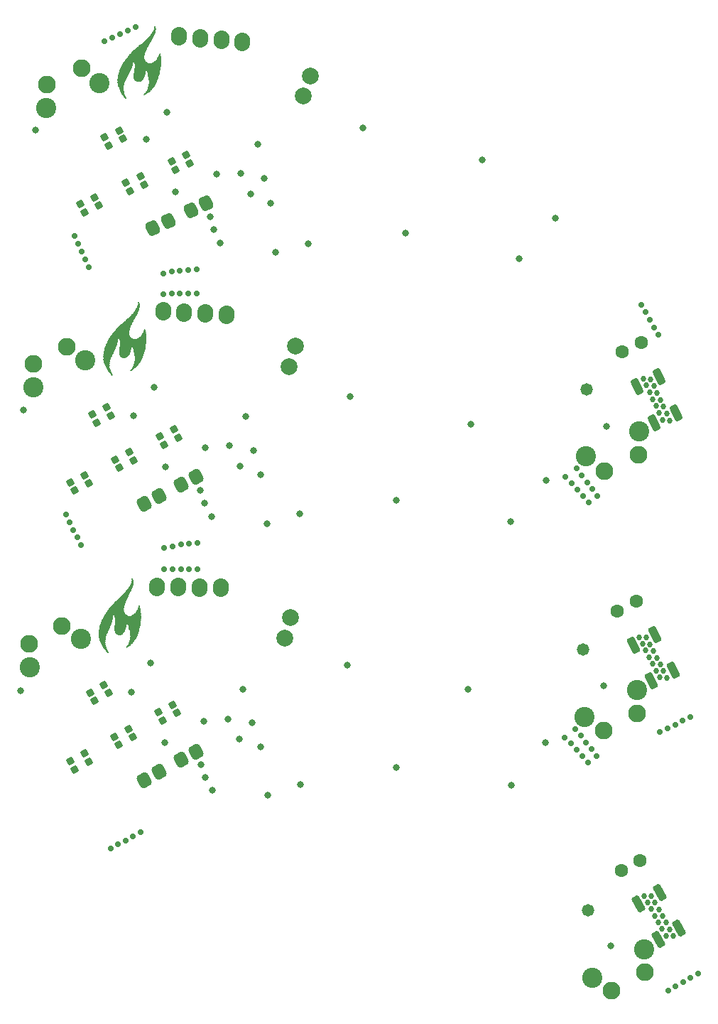
<source format=gts>
G04*
G04 #@! TF.GenerationSoftware,Altium Limited,Altium Designer,21.7.2 (23)*
G04*
G04 Layer_Color=8388736*
%FSLAX25Y25*%
%MOIN*%
G70*
G04*
G04 #@! TF.SameCoordinates,560326E4-0408-43C8-B7F1-86A7F47A34FC*
G04*
G04*
G04 #@! TF.FilePolarity,Negative*
G04*
G01*
G75*
G04:AMPARAMS|DCode=69|XSize=33.86mil|YSize=33.86mil|CornerRadius=10.04mil|HoleSize=0mil|Usage=FLASHONLY|Rotation=25.000|XOffset=0mil|YOffset=0mil|HoleType=Round|Shape=RoundedRectangle|*
%AMROUNDEDRECTD69*
21,1,0.03386,0.01378,0,0,25.0*
21,1,0.01378,0.03386,0,0,25.0*
1,1,0.02008,0.00916,-0.00333*
1,1,0.02008,-0.00333,-0.00916*
1,1,0.02008,-0.00916,0.00333*
1,1,0.02008,0.00333,0.00916*
%
%ADD69ROUNDEDRECTD69*%
G04:AMPARAMS|DCode=70|XSize=59.18mil|YSize=67.06mil|CornerRadius=16.8mil|HoleSize=0mil|Usage=FLASHONLY|Rotation=205.000|XOffset=0mil|YOffset=0mil|HoleType=Round|Shape=RoundedRectangle|*
%AMROUNDEDRECTD70*
21,1,0.05918,0.03347,0,0,205.0*
21,1,0.02559,0.06706,0,0,205.0*
1,1,0.03359,-0.01867,0.00976*
1,1,0.03359,0.00453,0.02057*
1,1,0.03359,0.01867,-0.00976*
1,1,0.03359,-0.00453,-0.02057*
%
%ADD70ROUNDEDRECTD70*%
G04:AMPARAMS|DCode=71|XSize=33.86mil|YSize=33.86mil|CornerRadius=10.04mil|HoleSize=0mil|Usage=FLASHONLY|Rotation=29.000|XOffset=0mil|YOffset=0mil|HoleType=Round|Shape=RoundedRectangle|*
%AMROUNDEDRECTD71*
21,1,0.03386,0.01378,0,0,29.0*
21,1,0.01378,0.03386,0,0,29.0*
1,1,0.02008,0.00937,-0.00269*
1,1,0.02008,-0.00269,-0.00937*
1,1,0.02008,-0.00937,0.00269*
1,1,0.02008,0.00269,0.00937*
%
%ADD71ROUNDEDRECTD71*%
G04:AMPARAMS|DCode=72|XSize=59.18mil|YSize=67.06mil|CornerRadius=16.8mil|HoleSize=0mil|Usage=FLASHONLY|Rotation=209.000|XOffset=0mil|YOffset=0mil|HoleType=Round|Shape=RoundedRectangle|*
%AMROUNDEDRECTD72*
21,1,0.05918,0.03347,0,0,209.0*
21,1,0.02559,0.06706,0,0,209.0*
1,1,0.03359,-0.01930,0.00843*
1,1,0.03359,0.00308,0.02084*
1,1,0.03359,0.01930,-0.00843*
1,1,0.03359,-0.00308,-0.02084*
%
%ADD72ROUNDEDRECTD72*%
G04:AMPARAMS|DCode=73|XSize=33.86mil|YSize=33.86mil|CornerRadius=10.04mil|HoleSize=0mil|Usage=FLASHONLY|Rotation=27.000|XOffset=0mil|YOffset=0mil|HoleType=Round|Shape=RoundedRectangle|*
%AMROUNDEDRECTD73*
21,1,0.03386,0.01378,0,0,27.0*
21,1,0.01378,0.03386,0,0,27.0*
1,1,0.02008,0.00927,-0.00301*
1,1,0.02008,-0.00301,-0.00927*
1,1,0.02008,-0.00927,0.00301*
1,1,0.02008,0.00301,0.00927*
%
%ADD73ROUNDEDRECTD73*%
G04:AMPARAMS|DCode=74|XSize=59.18mil|YSize=67.06mil|CornerRadius=16.8mil|HoleSize=0mil|Usage=FLASHONLY|Rotation=207.000|XOffset=0mil|YOffset=0mil|HoleType=Round|Shape=RoundedRectangle|*
%AMROUNDEDRECTD74*
21,1,0.05918,0.03347,0,0,207.0*
21,1,0.02559,0.06706,0,0,207.0*
1,1,0.03359,-0.01900,0.00910*
1,1,0.03359,0.00380,0.02072*
1,1,0.03359,0.01900,-0.00910*
1,1,0.03359,-0.00380,-0.02072*
%
%ADD74ROUNDEDRECTD74*%
%ADD75C,0.02769*%
%ADD76C,0.02717*%
G04:AMPARAMS|DCode=77|XSize=38.58mil|YSize=78.74mil|CornerRadius=10.63mil|HoleSize=0mil|Usage=FLASHONLY|Rotation=25.000|XOffset=0mil|YOffset=0mil|HoleType=Round|Shape=RoundedRectangle|*
%AMROUNDEDRECTD77*
21,1,0.03858,0.05748,0,0,25.0*
21,1,0.01732,0.07874,0,0,25.0*
1,1,0.02126,0.02000,-0.02239*
1,1,0.02126,0.00430,-0.02971*
1,1,0.02126,-0.02000,0.02239*
1,1,0.02126,-0.00430,0.02971*
%
%ADD77ROUNDEDRECTD77*%
%ADD78C,0.09461*%
%ADD79C,0.08280*%
G04:AMPARAMS|DCode=80|XSize=74.93mil|YSize=86.74mil|CornerRadius=0mil|HoleSize=0mil|Usage=FLASHONLY|Rotation=175.000|XOffset=0mil|YOffset=0mil|HoleType=Round|Shape=Round|*
%AMOVALD80*
21,1,0.01181,0.07493,0.00000,0.00000,265.0*
1,1,0.07493,0.00052,0.00588*
1,1,0.07493,-0.00052,-0.00588*
%
%ADD80OVALD80*%

%ADD81C,0.06312*%
%ADD82C,0.07887*%
%ADD83C,0.03194*%
%ADD84C,0.05800*%
G04:AMPARAMS|DCode=85|XSize=38.58mil|YSize=78.74mil|CornerRadius=10.63mil|HoleSize=0mil|Usage=FLASHONLY|Rotation=29.000|XOffset=0mil|YOffset=0mil|HoleType=Round|Shape=RoundedRectangle|*
%AMROUNDEDRECTD85*
21,1,0.03858,0.05748,0,0,29.0*
21,1,0.01732,0.07874,0,0,29.0*
1,1,0.02126,0.02151,-0.02094*
1,1,0.02126,0.00636,-0.02934*
1,1,0.02126,-0.02151,0.02094*
1,1,0.02126,-0.00636,0.02934*
%
%ADD85ROUNDEDRECTD85*%
G04:AMPARAMS|DCode=86|XSize=74.93mil|YSize=86.74mil|CornerRadius=0mil|HoleSize=0mil|Usage=FLASHONLY|Rotation=179.000|XOffset=0mil|YOffset=0mil|HoleType=Round|Shape=Round|*
%AMOVALD86*
21,1,0.01181,0.07493,0.00000,0.00000,269.0*
1,1,0.07493,0.00010,0.00591*
1,1,0.07493,-0.00010,-0.00591*
%
%ADD86OVALD86*%

G04:AMPARAMS|DCode=87|XSize=38.58mil|YSize=78.74mil|CornerRadius=10.63mil|HoleSize=0mil|Usage=FLASHONLY|Rotation=27.000|XOffset=0mil|YOffset=0mil|HoleType=Round|Shape=RoundedRectangle|*
%AMROUNDEDRECTD87*
21,1,0.03858,0.05748,0,0,27.0*
21,1,0.01732,0.07874,0,0,27.0*
1,1,0.02126,0.02077,-0.02168*
1,1,0.02126,0.00533,-0.02954*
1,1,0.02126,-0.02077,0.02168*
1,1,0.02126,-0.00533,0.02954*
%
%ADD87ROUNDEDRECTD87*%
G04:AMPARAMS|DCode=88|XSize=74.93mil|YSize=86.74mil|CornerRadius=0mil|HoleSize=0mil|Usage=FLASHONLY|Rotation=177.000|XOffset=0mil|YOffset=0mil|HoleType=Round|Shape=Round|*
%AMOVALD88*
21,1,0.01181,0.07493,0.00000,0.00000,267.0*
1,1,0.07493,0.00031,0.00590*
1,1,0.07493,-0.00031,-0.00590*
%
%ADD88OVALD88*%

G36*
X115105Y484587D02*
X115234Y484428D01*
X115288Y484371D01*
X115306Y484216D01*
X115396Y483848D01*
X115434Y483647D01*
X115578Y483222D01*
X115572Y483001D01*
X115503Y482914D01*
X115419Y482684D01*
X115434Y482417D01*
X115431Y482307D01*
X115344Y481965D01*
X115260Y481735D01*
X115257Y481624D01*
X115170Y481283D01*
X115102Y481196D01*
X114910Y480670D01*
X114841Y480583D01*
X114688Y480266D01*
X114620Y480179D01*
X114628Y480101D01*
X114560Y480015D01*
X114512Y479883D01*
X114443Y479796D01*
X114290Y479479D01*
X114182Y479183D01*
X114021Y478944D01*
X113877Y478549D01*
X113637Y478301D01*
X113602Y478202D01*
X113533Y478115D01*
X113437Y477852D01*
X113149Y477472D01*
X113146Y477361D01*
X113039Y477065D01*
X112799Y476817D01*
X112694Y476631D01*
X112622Y476434D01*
X112323Y476021D01*
X112179Y475626D01*
X111949Y475300D01*
X111829Y474971D01*
X111647Y474776D01*
X111578Y474689D01*
X111458Y474360D01*
X111389Y474273D01*
X111179Y473903D01*
X111036Y473508D01*
X110967Y473421D01*
X110859Y473125D01*
X110856Y473014D01*
X110820Y472915D01*
X110751Y472828D01*
X110599Y472511D01*
X110467Y472149D01*
X110398Y472062D01*
X110344Y471709D01*
X110272Y471512D01*
X110203Y471425D01*
X110134Y470928D01*
X110030Y470743D01*
X110032Y470444D01*
X110071Y470243D01*
X110038Y469845D01*
X109990Y469714D01*
X110005Y469447D01*
X110370Y468607D01*
X110708Y467999D01*
X110837Y467840D01*
X111142Y467655D01*
X111761Y467206D01*
X111970Y467167D01*
X112742Y467035D01*
X112943Y467074D01*
X113952Y467489D01*
X114885Y468007D01*
X115044Y468135D01*
X115298Y468527D01*
X115628Y468817D01*
X115810Y469012D01*
X115858Y469143D01*
X115915Y469197D01*
X115906Y469275D01*
X115975Y469362D01*
X116412Y469948D01*
X116415Y470059D01*
X116484Y470146D01*
X116726Y470505D01*
X116729Y470615D01*
X116861Y470977D01*
X116930Y471064D01*
X116990Y471229D01*
X116993Y471339D01*
X117053Y471504D01*
X117211Y471633D01*
X117412Y471671D01*
X117576Y471612D01*
X117684Y471498D01*
X117702Y471342D01*
X117699Y471232D01*
X117714Y470965D01*
X117753Y470765D01*
X117875Y470385D01*
X117839Y469876D01*
X117854Y469610D01*
X117893Y469409D01*
X118003Y468996D01*
X117964Y468787D01*
X117893Y468589D01*
X117890Y468479D01*
X117908Y468323D01*
X117985Y467922D01*
X117982Y467811D01*
X117895Y467470D01*
X117859Y467371D01*
X117937Y466970D01*
X117904Y466573D01*
X117808Y466309D01*
X117907Y465863D01*
X117844Y465588D01*
X117775Y465501D01*
X117715Y465337D01*
X117739Y464993D01*
X117700Y464783D01*
X117652Y464651D01*
X117649Y464541D01*
X117613Y464032D01*
X117553Y463868D01*
X117484Y463781D01*
X117448Y463682D01*
X117412Y463173D01*
X117316Y462910D01*
X117280Y462401D01*
X117137Y462007D01*
X117107Y461719D01*
X117047Y461555D01*
X116978Y461468D01*
X116942Y461369D01*
X116939Y461259D01*
X116699Y460600D01*
X116696Y460490D01*
X116636Y460325D01*
X116568Y460238D01*
X116484Y460008D01*
X116481Y459897D01*
X116421Y459733D01*
X116352Y459646D01*
X116268Y459415D01*
X116265Y459305D01*
X116229Y459206D01*
X116160Y459119D01*
X116112Y458988D01*
X116043Y458901D01*
X116005Y458691D01*
X115921Y458461D01*
X115852Y458374D01*
X115747Y458189D01*
X115744Y458078D01*
X115660Y457848D01*
X115361Y457435D01*
X115289Y457237D01*
X114990Y456824D01*
X114846Y456430D01*
X114493Y456074D01*
X114409Y455843D01*
X114340Y455757D01*
X114089Y455475D01*
X113930Y455347D01*
X113777Y455029D01*
X113628Y454823D01*
X113469Y454695D01*
X113208Y454491D01*
X113083Y454351D01*
X112897Y454045D01*
X112625Y453809D01*
X112197Y453555D01*
X112038Y453426D01*
X111529Y453052D01*
X111371Y452924D01*
X111167Y452774D01*
X110422Y452263D01*
X110141Y452104D01*
X109853Y452134D01*
X109758Y452281D01*
X109842Y452511D01*
X110072Y452837D01*
X110120Y452969D01*
X110189Y453056D01*
X110371Y453250D01*
X110632Y453453D01*
X110758Y453594D01*
X110853Y453857D01*
X110922Y453944D01*
X111141Y454237D01*
X111144Y454348D01*
X111192Y454480D01*
X111195Y454590D01*
X111461Y455015D01*
X111497Y455114D01*
X111500Y455225D01*
X111665Y455575D01*
X111713Y455706D01*
X111716Y455817D01*
X111776Y455982D01*
X111845Y456068D01*
X111899Y456422D01*
X111937Y456631D01*
X112042Y456816D01*
X112078Y456915D01*
X112114Y457424D01*
X112186Y457621D01*
X112171Y457888D01*
X112123Y458166D01*
X112162Y458375D01*
X112234Y458573D01*
X112219Y458839D01*
X112180Y459040D01*
X112091Y459408D01*
X112076Y459674D01*
X112094Y459928D01*
X112079Y460195D01*
X112040Y460395D01*
X111750Y461134D01*
X111748Y461843D01*
X111646Y462179D01*
X111607Y462379D01*
X111359Y463029D01*
X111341Y463184D01*
X111129Y463522D01*
X110964Y463582D01*
X110716Y463412D01*
X110608Y462706D01*
X110584Y462230D01*
X110440Y461835D01*
X110437Y461724D01*
X110389Y461593D01*
X110386Y461482D01*
X110254Y461120D01*
X110185Y461033D01*
X110113Y460836D01*
X110045Y460749D01*
X109925Y460420D01*
X109694Y460094D01*
X109655Y459884D01*
X109619Y459786D01*
X109143Y459400D01*
X108617Y458771D01*
X108323Y458580D01*
X107674Y458332D01*
X107111Y458425D01*
X106648Y458482D01*
X106121Y458673D01*
X105657Y459140D01*
X105409Y459380D01*
X105218Y459673D01*
X105011Y460233D01*
X105003Y460720D01*
X104925Y461121D01*
X104958Y461519D01*
X105030Y461717D01*
X105015Y461983D01*
X105048Y462381D01*
X105168Y462710D01*
X105144Y463054D01*
X105183Y463264D01*
X105279Y463527D01*
X105315Y464036D01*
X105435Y464365D01*
X105405Y464897D01*
X105525Y465227D01*
X105510Y465493D01*
X105462Y465771D01*
X105552Y466223D01*
X105495Y466579D01*
X105331Y467049D01*
X105367Y467558D01*
X105352Y467824D01*
X105223Y467983D01*
X105059Y468043D01*
X104810Y467872D01*
X104657Y467555D01*
X104618Y466935D01*
X104570Y466804D01*
X104568Y466693D01*
X104474Y466131D01*
X104343Y465769D01*
X104340Y465658D01*
X104268Y465460D01*
X104277Y465383D01*
X104208Y465296D01*
X104172Y465197D01*
X104169Y465086D01*
X104109Y464922D01*
X104040Y464835D01*
X103873Y464374D01*
X103804Y464288D01*
X103756Y464156D01*
X103699Y464102D01*
X103696Y463991D01*
X103636Y463827D01*
X103567Y463740D01*
X103414Y463423D01*
X103283Y463061D01*
X103121Y462821D01*
X102977Y462427D01*
X102678Y462014D01*
X102582Y461751D01*
X102352Y461424D01*
X102208Y461029D01*
X101977Y460703D01*
X101834Y460308D01*
X101672Y460069D01*
X101576Y459806D01*
X101507Y459719D01*
X101298Y459348D01*
X101241Y459294D01*
X101238Y459184D01*
X101130Y458887D01*
X101061Y458801D01*
X100846Y458208D01*
X100777Y458121D01*
X100717Y457957D01*
X100714Y457846D01*
X100666Y457715D01*
X100663Y457604D01*
X100627Y457505D01*
X100558Y457418D01*
X100522Y457319D01*
X100519Y457209D01*
X100441Y456790D01*
X100369Y456592D01*
X100381Y456215D01*
X100351Y455928D01*
X100315Y455829D01*
X100246Y455743D01*
X100249Y455443D01*
X100348Y454998D01*
X100300Y454866D01*
X100297Y454755D01*
X100249Y454624D01*
X100264Y454357D01*
X100491Y453753D01*
X100635Y453328D01*
X100650Y453061D01*
X100688Y452861D01*
X101041Y451987D01*
X101582Y450709D01*
X101499Y450479D01*
X101163Y450377D01*
X101065Y450413D01*
X100807Y450731D01*
X100661Y451045D01*
X100640Y451090D01*
X100353Y451530D01*
X100203Y451733D01*
X100075Y451892D01*
X99569Y452448D01*
X99440Y452607D01*
X98161Y455235D01*
X98143Y455390D01*
X97727Y456399D01*
X97709Y456554D01*
X97697Y456931D01*
X97623Y457443D01*
X97584Y457644D01*
X97419Y458113D01*
X97512Y458676D01*
X97486Y458909D01*
X97447Y459110D01*
X97399Y459388D01*
X97441Y459708D01*
X97537Y459972D01*
X97489Y460250D01*
X97531Y460570D01*
X97603Y460768D01*
X97588Y461034D01*
X97621Y461432D01*
X97726Y461617D01*
X97762Y461716D01*
X97792Y462003D01*
X97935Y462398D01*
X97938Y462509D01*
X97986Y462640D01*
X97989Y462751D01*
X98157Y463212D01*
X98160Y463323D01*
X98412Y464014D01*
X98480Y464101D01*
X98672Y464627D01*
X98741Y464714D01*
X98909Y465175D01*
X99070Y465414D01*
X99130Y465579D01*
X99133Y465689D01*
X99169Y465788D01*
X99400Y466114D01*
X99519Y466443D01*
X99702Y466638D01*
X99932Y466964D01*
X99968Y467063D01*
X99959Y467140D01*
X100028Y467227D01*
X100328Y467640D01*
X100424Y467903D01*
X100606Y468098D01*
X100765Y468226D01*
X100870Y468412D01*
X100873Y468523D01*
X100956Y468753D01*
X101115Y468882D01*
X101375Y469085D01*
X101480Y469270D01*
X101576Y469534D01*
X101848Y469770D01*
X102052Y469919D01*
X102133Y470039D01*
X102136Y470150D01*
X102196Y470315D01*
X102378Y470509D01*
X102728Y470754D01*
X102833Y470940D01*
X102905Y471137D01*
X102974Y471224D01*
X103088Y471332D01*
X103246Y471460D01*
X103608Y471738D01*
X103863Y472130D01*
X104045Y472325D01*
X104440Y472591D01*
X104599Y472719D01*
X105114Y473315D01*
X105273Y473444D01*
X105757Y473751D01*
X105916Y473880D01*
X106272Y474347D01*
X106431Y474475D01*
X107006Y474825D01*
X107209Y474975D01*
X107368Y475104D01*
X107769Y475591D01*
X108062Y475783D01*
X108580Y476079D01*
X108694Y476186D01*
X108909Y476369D01*
X109265Y476835D01*
X109559Y477027D01*
X110031Y477302D01*
X110558Y477930D01*
X111055Y478271D01*
X111295Y478520D01*
X111330Y478618D01*
X111399Y478705D01*
X111447Y478837D01*
X111606Y478965D01*
X112070Y479318D01*
X112243Y479591D01*
X112633Y480045D01*
X112791Y480174D01*
X112944Y480491D01*
X113426Y481098D01*
X113534Y481394D01*
X113716Y481589D01*
X113878Y481828D01*
X113974Y482092D01*
X114043Y482178D01*
X114252Y482549D01*
X114288Y482648D01*
X114291Y482759D01*
X114327Y482858D01*
X114489Y483097D01*
X114525Y483195D01*
X114528Y483306D01*
X114719Y483833D01*
X114642Y484234D01*
X114660Y484488D01*
X114818Y484617D01*
X115105Y484587D01*
D02*
G37*
G36*
X107525Y355236D02*
X107659Y355082D01*
X107715Y355027D01*
X107738Y354872D01*
X107841Y354508D01*
X107886Y354309D01*
X108045Y353889D01*
X108046Y353667D01*
X107981Y353578D01*
X107905Y353345D01*
X107929Y353080D01*
X107930Y352969D01*
X107855Y352625D01*
X107779Y352392D01*
X107780Y352281D01*
X107705Y351937D01*
X107639Y351848D01*
X107466Y351315D01*
X107400Y351226D01*
X107259Y350904D01*
X107193Y350815D01*
X107205Y350737D01*
X107139Y350648D01*
X107096Y350515D01*
X107030Y350426D01*
X106888Y350103D01*
X106791Y349804D01*
X106638Y349559D01*
X106508Y349159D01*
X106277Y348903D01*
X106245Y348803D01*
X106179Y348713D01*
X106092Y348447D01*
X105818Y348057D01*
X105819Y347947D01*
X105722Y347647D01*
X105491Y347390D01*
X105393Y347201D01*
X105328Y347001D01*
X105043Y346578D01*
X104913Y346179D01*
X104694Y345845D01*
X104586Y345512D01*
X104411Y345311D01*
X104345Y345222D01*
X104236Y344889D01*
X104171Y344800D01*
X103974Y344422D01*
X103844Y344022D01*
X103779Y343933D01*
X103681Y343633D01*
X103682Y343522D01*
X103649Y343422D01*
X103584Y343333D01*
X103442Y343011D01*
X103323Y342645D01*
X103257Y342555D01*
X103216Y342201D01*
X103151Y342001D01*
X103085Y341912D01*
X103033Y341413D01*
X102935Y341224D01*
X102948Y340925D01*
X102994Y340726D01*
X102975Y340327D01*
X102932Y340194D01*
X102956Y339928D01*
X103350Y339100D01*
X103709Y338505D01*
X103843Y338351D01*
X104155Y338176D01*
X104789Y337749D01*
X105000Y337717D01*
X105776Y337613D01*
X105975Y337658D01*
X106968Y338109D01*
X107883Y338659D01*
X108037Y338793D01*
X108278Y339193D01*
X108597Y339495D01*
X108773Y339695D01*
X108816Y339829D01*
X108871Y339884D01*
X108859Y339962D01*
X108925Y340051D01*
X109341Y340652D01*
X109341Y340763D01*
X109406Y340852D01*
X109636Y341219D01*
X109635Y341330D01*
X109754Y341697D01*
X109820Y341786D01*
X109874Y341952D01*
X109873Y342063D01*
X109927Y342229D01*
X110082Y342364D01*
X110281Y342409D01*
X110447Y342355D01*
X110559Y342245D01*
X110582Y342090D01*
X110583Y341980D01*
X110607Y341714D01*
X110653Y341515D01*
X110789Y341140D01*
X110770Y340630D01*
X110794Y340364D01*
X110840Y340165D01*
X110965Y339756D01*
X110934Y339546D01*
X110869Y339346D01*
X110870Y339235D01*
X110893Y339080D01*
X110984Y338682D01*
X110985Y338571D01*
X110910Y338227D01*
X110878Y338127D01*
X110969Y337730D01*
X110950Y337331D01*
X110864Y337064D01*
X110978Y336622D01*
X110925Y336345D01*
X110859Y336256D01*
X110805Y336089D01*
X110841Y335746D01*
X110809Y335535D01*
X110766Y335402D01*
X110766Y335291D01*
X110748Y334782D01*
X110694Y334615D01*
X110628Y334526D01*
X110596Y334426D01*
X110578Y333916D01*
X110491Y333650D01*
X110473Y333140D01*
X110343Y332741D01*
X110323Y332453D01*
X110269Y332286D01*
X110203Y332197D01*
X110170Y332097D01*
X110171Y331986D01*
X109955Y331320D01*
X109956Y331209D01*
X109902Y331043D01*
X109836Y330954D01*
X109760Y330720D01*
X109761Y330610D01*
X109707Y330443D01*
X109641Y330354D01*
X109565Y330121D01*
X109566Y330010D01*
X109534Y329910D01*
X109468Y329821D01*
X109425Y329688D01*
X109359Y329599D01*
X109327Y329388D01*
X109251Y329155D01*
X109186Y329066D01*
X109087Y328877D01*
X109088Y328766D01*
X109012Y328533D01*
X108728Y328110D01*
X108663Y327910D01*
X108378Y327487D01*
X108248Y327087D01*
X107908Y326719D01*
X107832Y326486D01*
X107766Y326397D01*
X107525Y326107D01*
X107370Y325973D01*
X107229Y325651D01*
X107087Y325439D01*
X106933Y325305D01*
X106679Y325093D01*
X106559Y324948D01*
X106384Y324636D01*
X106120Y324391D01*
X105701Y324122D01*
X105547Y323988D01*
X105052Y323596D01*
X104897Y323462D01*
X104699Y323306D01*
X103972Y322768D01*
X103697Y322600D01*
X103409Y322620D01*
X103308Y322763D01*
X103384Y322996D01*
X103603Y323330D01*
X103646Y323464D01*
X103712Y323553D01*
X103887Y323753D01*
X104141Y323966D01*
X104261Y324111D01*
X104348Y324377D01*
X104414Y324466D01*
X104622Y324767D01*
X104621Y324878D01*
X104664Y325011D01*
X104663Y325122D01*
X104915Y325556D01*
X104947Y325656D01*
X104946Y325766D01*
X105099Y326122D01*
X105142Y326255D01*
X105141Y326366D01*
X105195Y326532D01*
X105261Y326622D01*
X105303Y326976D01*
X105334Y327187D01*
X105433Y327376D01*
X105465Y327476D01*
X105483Y327986D01*
X105548Y328185D01*
X105524Y328451D01*
X105467Y328727D01*
X105498Y328938D01*
X105563Y329138D01*
X105539Y329404D01*
X105493Y329603D01*
X105391Y329967D01*
X105367Y330233D01*
X105376Y330488D01*
X105352Y330753D01*
X105306Y330952D01*
X104990Y331681D01*
X104963Y332390D01*
X104849Y332721D01*
X104804Y332920D01*
X104533Y333560D01*
X104510Y333715D01*
X104286Y334046D01*
X104119Y334100D01*
X103877Y333921D01*
X103794Y333211D01*
X103786Y332735D01*
X103656Y332335D01*
X103657Y332225D01*
X103614Y332091D01*
X103614Y331981D01*
X103496Y331614D01*
X103430Y331525D01*
X103365Y331325D01*
X103299Y331236D01*
X103191Y330903D01*
X102972Y330569D01*
X102940Y330359D01*
X102908Y330259D01*
X102446Y329856D01*
X101941Y329210D01*
X101655Y329009D01*
X101014Y328738D01*
X100449Y328811D01*
X99983Y328852D01*
X99450Y329025D01*
X98971Y329476D01*
X98714Y329706D01*
X98513Y329993D01*
X98287Y330545D01*
X98261Y331032D01*
X98169Y331430D01*
X98189Y331829D01*
X98254Y332029D01*
X98229Y332294D01*
X98248Y332693D01*
X98357Y333026D01*
X98321Y333369D01*
X98352Y333580D01*
X98439Y333846D01*
X98457Y334356D01*
X98566Y334689D01*
X98517Y335220D01*
X98625Y335554D01*
X98601Y335819D01*
X98544Y336096D01*
X98618Y336550D01*
X98549Y336904D01*
X98368Y337368D01*
X98386Y337878D01*
X98362Y338143D01*
X98228Y338297D01*
X98062Y338351D01*
X97819Y338172D01*
X97678Y337850D01*
X97660Y337230D01*
X97617Y337097D01*
X97618Y336986D01*
X97544Y336420D01*
X97426Y336054D01*
X97426Y335943D01*
X97361Y335743D01*
X97373Y335666D01*
X97307Y335577D01*
X97275Y335477D01*
X97276Y335366D01*
X97221Y335199D01*
X97156Y335110D01*
X97004Y334644D01*
X96939Y334555D01*
X96895Y334422D01*
X96840Y334366D01*
X96841Y334255D01*
X96787Y334089D01*
X96721Y334000D01*
X96580Y333677D01*
X96461Y333311D01*
X96307Y333066D01*
X96178Y332666D01*
X95893Y332243D01*
X95806Y331977D01*
X95587Y331643D01*
X95457Y331243D01*
X95238Y330909D01*
X95108Y330509D01*
X94955Y330265D01*
X94869Y329998D01*
X94803Y329909D01*
X94606Y329531D01*
X94551Y329475D01*
X94552Y329364D01*
X94455Y329065D01*
X94389Y328976D01*
X94194Y328376D01*
X94129Y328287D01*
X94074Y328120D01*
X94075Y328010D01*
X94032Y327876D01*
X94033Y327766D01*
X94000Y327666D01*
X93935Y327577D01*
X93902Y327477D01*
X93903Y327366D01*
X93840Y326945D01*
X93775Y326745D01*
X93800Y326368D01*
X93780Y326080D01*
X93747Y325980D01*
X93682Y325891D01*
X93695Y325592D01*
X93809Y325150D01*
X93766Y325017D01*
X93766Y324906D01*
X93723Y324773D01*
X93747Y324507D01*
X93996Y323911D01*
X94154Y323491D01*
X94178Y323226D01*
X94224Y323027D01*
X94607Y322166D01*
X95192Y320907D01*
X95117Y320674D01*
X94785Y320561D01*
X94685Y320594D01*
X94417Y320902D01*
X94260Y321211D01*
X94237Y321255D01*
X93935Y321684D01*
X93778Y321883D01*
X93644Y322037D01*
X93120Y322575D01*
X92986Y322729D01*
X91615Y325311D01*
X91591Y325465D01*
X91141Y326459D01*
X91118Y326614D01*
X91092Y326990D01*
X91000Y327499D01*
X90954Y327698D01*
X90773Y328162D01*
X90847Y328727D01*
X90812Y328959D01*
X90766Y329159D01*
X90708Y329435D01*
X90739Y329756D01*
X90826Y330023D01*
X90768Y330299D01*
X90799Y330621D01*
X90864Y330821D01*
X90840Y331086D01*
X90859Y331485D01*
X90957Y331674D01*
X90990Y331774D01*
X91010Y332062D01*
X91140Y332462D01*
X91139Y332573D01*
X91182Y332706D01*
X91181Y332817D01*
X91333Y333283D01*
X91332Y333394D01*
X91559Y334093D01*
X91625Y334182D01*
X91798Y334715D01*
X91864Y334804D01*
X92015Y335271D01*
X92169Y335516D01*
X92223Y335682D01*
X92222Y335793D01*
X92254Y335893D01*
X92473Y336227D01*
X92581Y336560D01*
X92757Y336761D01*
X92976Y337094D01*
X93009Y337194D01*
X92997Y337272D01*
X93063Y337361D01*
X93348Y337784D01*
X93434Y338051D01*
X93610Y338251D01*
X93764Y338385D01*
X93862Y338574D01*
X93861Y338685D01*
X93937Y338918D01*
X94091Y339052D01*
X94344Y339265D01*
X94442Y339454D01*
X94529Y339720D01*
X94793Y339966D01*
X94991Y340122D01*
X95068Y340245D01*
X95067Y340356D01*
X95121Y340522D01*
X95297Y340723D01*
X95638Y340980D01*
X95736Y341169D01*
X95801Y341369D01*
X95867Y341458D01*
X95977Y341570D01*
X96131Y341704D01*
X96483Y341995D01*
X96724Y342395D01*
X96900Y342596D01*
X97285Y342876D01*
X97439Y343010D01*
X97933Y343622D01*
X98087Y343757D01*
X98561Y344081D01*
X98715Y344215D01*
X99054Y344694D01*
X99208Y344828D01*
X99771Y345198D01*
X99969Y345355D01*
X100123Y345489D01*
X100507Y345990D01*
X100793Y346192D01*
X101300Y346506D01*
X101410Y346617D01*
X101619Y346807D01*
X101959Y347286D01*
X102245Y347487D01*
X102708Y347779D01*
X103213Y348425D01*
X103697Y348783D01*
X103928Y349040D01*
X103961Y349140D01*
X104026Y349229D01*
X104070Y349362D01*
X104224Y349496D01*
X104675Y349865D01*
X104839Y350143D01*
X105212Y350611D01*
X105366Y350745D01*
X105508Y351068D01*
X105968Y351691D01*
X106065Y351991D01*
X106241Y352192D01*
X106394Y352437D01*
X106481Y352703D01*
X106547Y352792D01*
X106743Y353170D01*
X106776Y353270D01*
X106775Y353381D01*
X106807Y353481D01*
X106960Y353726D01*
X106993Y353826D01*
X106992Y353936D01*
X107165Y354469D01*
X107074Y354867D01*
X107083Y355122D01*
X107237Y355256D01*
X107525Y355236D01*
D02*
G37*
G36*
X104498Y225517D02*
X104637Y225368D01*
X104695Y225315D01*
X104724Y225161D01*
X104839Y224800D01*
X104892Y224603D01*
X105064Y224189D01*
X105074Y223968D01*
X105011Y223876D01*
X104944Y223641D01*
X104977Y223376D01*
X104982Y223265D01*
X104919Y222919D01*
X104851Y222683D01*
X104856Y222573D01*
X104793Y222226D01*
X104730Y222135D01*
X104576Y221596D01*
X104513Y221505D01*
X104383Y221178D01*
X104321Y221087D01*
X104335Y221010D01*
X104272Y220918D01*
X104234Y220784D01*
X104171Y220692D01*
X104041Y220365D01*
X103954Y220062D01*
X103809Y219812D01*
X103693Y219408D01*
X103472Y219144D01*
X103443Y219043D01*
X103380Y218952D01*
X103303Y218682D01*
X103043Y218283D01*
X103048Y218173D01*
X102961Y217869D01*
X102739Y217605D01*
X102648Y217413D01*
X102590Y217211D01*
X102320Y216778D01*
X102204Y216374D01*
X101997Y216033D01*
X101900Y215696D01*
X101732Y215489D01*
X101669Y215398D01*
X101573Y215061D01*
X101510Y214970D01*
X101327Y214585D01*
X101211Y214181D01*
X101148Y214090D01*
X101061Y213787D01*
X101066Y213676D01*
X101037Y213575D01*
X100975Y213484D01*
X100844Y213157D01*
X100738Y212787D01*
X100675Y212695D01*
X100646Y212339D01*
X100588Y212137D01*
X100526Y212046D01*
X100492Y211546D01*
X100400Y211353D01*
X100424Y211055D01*
X100477Y210858D01*
X100471Y210458D01*
X100433Y210324D01*
X100466Y210059D01*
X100889Y209246D01*
X101268Y208663D01*
X101408Y208514D01*
X101725Y208350D01*
X102374Y207945D01*
X102586Y207921D01*
X103365Y207843D01*
X103562Y207896D01*
X104539Y208381D01*
X105435Y208962D01*
X105584Y209102D01*
X105810Y209510D01*
X106119Y209823D01*
X106287Y210030D01*
X106326Y210164D01*
X106379Y210222D01*
X106365Y210299D01*
X106427Y210390D01*
X106822Y211006D01*
X106817Y211116D01*
X106880Y211208D01*
X107097Y211583D01*
X107092Y211693D01*
X107198Y212064D01*
X107261Y212155D01*
X107309Y212323D01*
X107305Y212434D01*
X107353Y212602D01*
X107502Y212742D01*
X107700Y212794D01*
X107868Y212746D01*
X107983Y212640D01*
X108012Y212486D01*
X108017Y212375D01*
X108050Y212111D01*
X108103Y211914D01*
X108252Y211543D01*
X108251Y211033D01*
X108284Y210768D01*
X108337Y210571D01*
X108476Y210167D01*
X108452Y209955D01*
X108394Y209753D01*
X108399Y209643D01*
X108428Y209489D01*
X108533Y209094D01*
X108538Y208983D01*
X108475Y208637D01*
X108446Y208536D01*
X108551Y208141D01*
X108546Y207742D01*
X108469Y207473D01*
X108598Y207035D01*
X108555Y206756D01*
X108492Y206665D01*
X108444Y206496D01*
X108492Y206155D01*
X108467Y205943D01*
X108429Y205808D01*
X108434Y205698D01*
X108433Y205188D01*
X108385Y205019D01*
X108322Y204928D01*
X108293Y204827D01*
X108293Y204317D01*
X108215Y204048D01*
X108215Y203538D01*
X108099Y203134D01*
X108089Y202845D01*
X108041Y202677D01*
X107978Y202585D01*
X107949Y202484D01*
X107954Y202374D01*
X107761Y201700D01*
X107766Y201590D01*
X107718Y201421D01*
X107655Y201330D01*
X107587Y201095D01*
X107592Y200984D01*
X107544Y200816D01*
X107481Y200724D01*
X107413Y200488D01*
X107418Y200378D01*
X107389Y200277D01*
X107327Y200185D01*
X107288Y200051D01*
X107225Y199959D01*
X107201Y199748D01*
X107134Y199512D01*
X107071Y199421D01*
X106979Y199228D01*
X106984Y199118D01*
X106916Y198882D01*
X106647Y198449D01*
X106589Y198247D01*
X106319Y197815D01*
X106203Y197411D01*
X105876Y197031D01*
X105808Y196795D01*
X105745Y196704D01*
X105514Y196406D01*
X105365Y196266D01*
X105235Y195940D01*
X105100Y195723D01*
X104950Y195584D01*
X104705Y195363D01*
X104589Y195214D01*
X104426Y194896D01*
X104170Y194641D01*
X103761Y194358D01*
X103612Y194219D01*
X103130Y193810D01*
X102981Y193671D01*
X102788Y193508D01*
X102081Y192945D01*
X101811Y192768D01*
X101523Y192777D01*
X101417Y192917D01*
X101484Y193153D01*
X101691Y193494D01*
X101730Y193629D01*
X101793Y193720D01*
X101961Y193927D01*
X102207Y194148D01*
X102322Y194297D01*
X102400Y194566D01*
X102462Y194658D01*
X102660Y194965D01*
X102655Y195076D01*
X102694Y195211D01*
X102689Y195321D01*
X102925Y195764D01*
X102954Y195865D01*
X102950Y195975D01*
X103089Y196336D01*
X103128Y196471D01*
X103123Y196581D01*
X103172Y196750D01*
X103234Y196841D01*
X103263Y197197D01*
X103288Y197409D01*
X103379Y197601D01*
X103408Y197702D01*
X103409Y198212D01*
X103467Y198414D01*
X103433Y198679D01*
X103366Y198953D01*
X103390Y199164D01*
X103448Y199366D01*
X103415Y199631D01*
X103362Y199828D01*
X103247Y200189D01*
X103214Y200454D01*
X103214Y200709D01*
X103180Y200974D01*
X103128Y201171D01*
X102787Y201888D01*
X102734Y202595D01*
X102610Y202923D01*
X102557Y203120D01*
X102264Y203750D01*
X102235Y203904D01*
X102000Y204227D01*
X101832Y204275D01*
X101596Y204088D01*
X101537Y203376D01*
X101547Y202900D01*
X101431Y202496D01*
X101435Y202385D01*
X101397Y202250D01*
X101401Y202139D01*
X101295Y201769D01*
X101233Y201678D01*
X101175Y201476D01*
X101112Y201384D01*
X101016Y201048D01*
X100808Y200706D01*
X100784Y200495D01*
X100755Y200394D01*
X100307Y199976D01*
X99826Y199312D01*
X99546Y199101D01*
X98916Y198808D01*
X98348Y198861D01*
X97882Y198886D01*
X97343Y199040D01*
X96848Y199474D01*
X96583Y199695D01*
X96372Y199975D01*
X96127Y200518D01*
X96084Y201004D01*
X95979Y201399D01*
X95984Y201798D01*
X96042Y202000D01*
X96009Y202265D01*
X96014Y202664D01*
X96110Y203001D01*
X96063Y203343D01*
X96087Y203554D01*
X96164Y203823D01*
X96165Y204333D01*
X96261Y204670D01*
X96194Y205199D01*
X96291Y205536D01*
X96257Y205801D01*
X96190Y206075D01*
X96249Y206532D01*
X96167Y206883D01*
X95970Y207340D01*
X95971Y207850D01*
X95937Y208115D01*
X95798Y208264D01*
X95630Y208313D01*
X95394Y208125D01*
X95263Y207798D01*
X95268Y207177D01*
X95229Y207043D01*
X95234Y206932D01*
X95180Y206365D01*
X95074Y205994D01*
X95079Y205884D01*
X95021Y205682D01*
X95035Y205605D01*
X94973Y205513D01*
X94944Y205412D01*
X94948Y205302D01*
X94900Y205133D01*
X94837Y205042D01*
X94702Y204571D01*
X94640Y204479D01*
X94601Y204345D01*
X94548Y204287D01*
X94553Y204176D01*
X94504Y204008D01*
X94442Y203917D01*
X94312Y203590D01*
X94205Y203219D01*
X94061Y202969D01*
X93945Y202565D01*
X93675Y202132D01*
X93598Y201863D01*
X93391Y201522D01*
X93275Y201118D01*
X93068Y200776D01*
X92952Y200372D01*
X92807Y200122D01*
X92730Y199853D01*
X92668Y199762D01*
X92484Y199377D01*
X92431Y199319D01*
X92436Y199209D01*
X92349Y198906D01*
X92286Y198814D01*
X92113Y198208D01*
X92050Y198117D01*
X92002Y197949D01*
X92007Y197838D01*
X91968Y197703D01*
X91973Y197593D01*
X91944Y197492D01*
X91881Y197400D01*
X91852Y197299D01*
X91857Y197189D01*
X91808Y196765D01*
X91750Y196563D01*
X91789Y196188D01*
X91779Y195899D01*
X91750Y195798D01*
X91687Y195707D01*
X91711Y195409D01*
X91840Y194971D01*
X91802Y194836D01*
X91806Y194726D01*
X91768Y194591D01*
X91801Y194326D01*
X92070Y193739D01*
X92243Y193325D01*
X92276Y193060D01*
X92329Y192863D01*
X92742Y192016D01*
X93371Y190779D01*
X93303Y190543D01*
X92976Y190419D01*
X92875Y190448D01*
X92596Y190746D01*
X92428Y191049D01*
X92404Y191093D01*
X92087Y191511D01*
X91924Y191704D01*
X91784Y191853D01*
X91241Y192374D01*
X91102Y192523D01*
X89642Y195055D01*
X89613Y195209D01*
X89128Y196186D01*
X89099Y196340D01*
X89061Y196715D01*
X88951Y197220D01*
X88898Y197417D01*
X88702Y197875D01*
X88755Y198442D01*
X88712Y198673D01*
X88659Y198871D01*
X88592Y199145D01*
X88612Y199467D01*
X88689Y199737D01*
X88622Y200011D01*
X88641Y200333D01*
X88699Y200535D01*
X88666Y200800D01*
X88671Y201199D01*
X88763Y201391D01*
X88792Y201492D01*
X88801Y201781D01*
X88917Y202185D01*
X88913Y202296D01*
X88951Y202430D01*
X88947Y202541D01*
X89082Y203012D01*
X89077Y203123D01*
X89280Y203830D01*
X89342Y203921D01*
X89497Y204460D01*
X89560Y204551D01*
X89695Y205023D01*
X89839Y205273D01*
X89887Y205441D01*
X89883Y205552D01*
X89912Y205653D01*
X90119Y205994D01*
X90215Y206331D01*
X90384Y206538D01*
X90591Y206879D01*
X90620Y206980D01*
X90606Y207057D01*
X90668Y207148D01*
X90938Y207581D01*
X91015Y207850D01*
X91184Y208057D01*
X91333Y208196D01*
X91425Y208389D01*
X91420Y208499D01*
X91488Y208735D01*
X91637Y208874D01*
X91883Y209096D01*
X91974Y209288D01*
X92051Y209557D01*
X92307Y209812D01*
X92499Y209975D01*
X92572Y210100D01*
X92567Y210211D01*
X92615Y210379D01*
X92784Y210586D01*
X93116Y210855D01*
X93208Y211047D01*
X93265Y211249D01*
X93328Y211341D01*
X93434Y211456D01*
X93583Y211596D01*
X93925Y211898D01*
X94152Y212307D01*
X94320Y212514D01*
X94696Y212807D01*
X94845Y212946D01*
X95317Y213576D01*
X95466Y213715D01*
X95929Y214056D01*
X96078Y214196D01*
X96400Y214686D01*
X96550Y214826D01*
X97099Y215215D01*
X97291Y215378D01*
X97440Y215517D01*
X97807Y216032D01*
X98086Y216243D01*
X98582Y216575D01*
X98688Y216690D01*
X98890Y216887D01*
X99213Y217378D01*
X99492Y217589D01*
X99944Y217897D01*
X100426Y218560D01*
X100898Y218935D01*
X101119Y219199D01*
X101148Y219300D01*
X101211Y219391D01*
X101250Y219526D01*
X101399Y219666D01*
X101837Y220050D01*
X101991Y220334D01*
X102348Y220814D01*
X102497Y220954D01*
X102627Y221281D01*
X103066Y221920D01*
X103153Y222223D01*
X103321Y222430D01*
X103466Y222680D01*
X103543Y222949D01*
X103606Y223041D01*
X103789Y223425D01*
X103818Y223526D01*
X103813Y223637D01*
X103842Y223738D01*
X103987Y223988D01*
X104016Y224089D01*
X104011Y224200D01*
X104165Y224738D01*
X104060Y225133D01*
X104060Y225388D01*
X104209Y225527D01*
X104498Y225517D01*
D02*
G37*
D69*
X88586Y400256D02*
D03*
X86756Y404181D02*
D03*
X79976Y401019D02*
D03*
X81806Y397094D02*
D03*
X103215Y407078D02*
D03*
X101385Y411003D02*
D03*
X108164Y414164D02*
D03*
X109995Y410239D02*
D03*
X131404Y420222D02*
D03*
X129573Y424147D02*
D03*
X122794Y420986D02*
D03*
X124624Y417061D02*
D03*
X93232Y428486D02*
D03*
X91402Y432411D02*
D03*
X98181Y435573D02*
D03*
X100012Y431648D02*
D03*
D70*
X114082Y389773D02*
D03*
X121218Y393101D02*
D03*
X131923Y398093D02*
D03*
X139059Y401420D02*
D03*
D71*
X83925Y139542D02*
D03*
X81826Y143330D02*
D03*
X75283Y139703D02*
D03*
X77383Y135915D02*
D03*
X98043Y147368D02*
D03*
X95944Y151155D02*
D03*
X102486Y154782D02*
D03*
X104586Y150994D02*
D03*
X125246Y162446D02*
D03*
X123146Y166234D02*
D03*
X116604Y162608D02*
D03*
X118704Y158820D02*
D03*
X86591Y168028D02*
D03*
X84491Y171816D02*
D03*
X91034Y175442D02*
D03*
X93133Y171654D02*
D03*
D72*
X110091Y130863D02*
D03*
X116977Y134681D02*
D03*
X127307Y140407D02*
D03*
X134194Y144224D02*
D03*
D73*
X83965Y270031D02*
D03*
X81998Y273890D02*
D03*
X75333Y270494D02*
D03*
X77299Y266635D02*
D03*
X98347Y277359D02*
D03*
X96381Y281218D02*
D03*
X103046Y284614D02*
D03*
X105012Y280755D02*
D03*
X126059Y291480D02*
D03*
X124093Y295338D02*
D03*
X117428Y291942D02*
D03*
X119394Y288084D02*
D03*
X87623Y298407D02*
D03*
X85657Y302266D02*
D03*
X92322Y305662D02*
D03*
X94288Y301803D02*
D03*
D74*
X109811Y260445D02*
D03*
X116827Y264019D02*
D03*
X127350Y269382D02*
D03*
X134366Y272956D02*
D03*
D75*
X77264Y386024D02*
D03*
X78839Y382382D02*
D03*
X80512Y378740D02*
D03*
X82284Y375098D02*
D03*
X83858Y371457D02*
D03*
X343209Y353740D02*
D03*
X345276Y350295D02*
D03*
X347342Y346752D02*
D03*
X349213Y343209D02*
D03*
X351181Y339764D02*
D03*
X366240Y160531D02*
D03*
X362697Y158760D02*
D03*
X359154Y156890D02*
D03*
X355610Y155020D02*
D03*
X351969Y153347D02*
D03*
X80413Y241142D02*
D03*
X78543Y244685D02*
D03*
X76772Y248228D02*
D03*
X75000Y251772D02*
D03*
X73130Y255315D02*
D03*
X91413Y477442D02*
D03*
X95079Y479134D02*
D03*
X98721Y480709D02*
D03*
X102362Y482382D02*
D03*
X106004Y484055D02*
D03*
X355881Y32166D02*
D03*
X359326Y34135D02*
D03*
X362870Y36005D02*
D03*
X366413Y37973D02*
D03*
X369858Y39942D02*
D03*
X108169Y106496D02*
D03*
X104724Y104527D02*
D03*
X101181Y102559D02*
D03*
X97638Y100689D02*
D03*
X94193Y98721D02*
D03*
X307283Y150787D02*
D03*
X310138Y147933D02*
D03*
X312992Y145079D02*
D03*
X315748Y142224D02*
D03*
X318406Y139173D02*
D03*
X322244Y142126D02*
D03*
X319882Y145374D02*
D03*
X317421Y148524D02*
D03*
X314961Y151673D02*
D03*
X312402Y154724D02*
D03*
X312992Y276969D02*
D03*
X315453Y273819D02*
D03*
X317815Y270571D02*
D03*
X320177Y267323D02*
D03*
X322539Y264075D02*
D03*
X318701Y261122D02*
D03*
X316043Y264173D02*
D03*
X313287Y267224D02*
D03*
X310630Y270177D02*
D03*
X307776Y273228D02*
D03*
X118898Y368504D02*
D03*
X122835Y369291D02*
D03*
X126772Y369685D02*
D03*
X130709Y370079D02*
D03*
X134646Y370472D02*
D03*
Y359055D02*
D03*
X130709D02*
D03*
X126772D02*
D03*
X122835D02*
D03*
X118898Y358661D02*
D03*
X119291Y229921D02*
D03*
X123228D02*
D03*
X127165D02*
D03*
X131102D02*
D03*
X135039D02*
D03*
Y242126D02*
D03*
X131102Y241732D02*
D03*
X127165Y241339D02*
D03*
X123228Y240551D02*
D03*
X119291Y239764D02*
D03*
D76*
X344139Y319163D02*
D03*
X347671Y318856D02*
D03*
X349168Y315644D02*
D03*
X347134Y312741D02*
D03*
X350666Y312433D02*
D03*
X348631Y309529D02*
D03*
X352163Y309222D02*
D03*
X350129Y306318D02*
D03*
X353661Y306010D02*
D03*
X351626Y303107D02*
D03*
X345636Y315952D02*
D03*
X356656Y299588D02*
D03*
X355158Y302799D02*
D03*
X353124Y299896D02*
D03*
X344513Y76474D02*
D03*
X348057Y76413D02*
D03*
X349775Y73314D02*
D03*
X347948Y70275D02*
D03*
X351493Y70215D02*
D03*
X349666Y67176D02*
D03*
X353211Y67116D02*
D03*
X351384Y64077D02*
D03*
X354929Y64017D02*
D03*
X353102Y60978D02*
D03*
X346231Y73374D02*
D03*
X358364Y57819D02*
D03*
X356647Y60918D02*
D03*
X354820Y57879D02*
D03*
X342192Y197907D02*
D03*
X345732Y197722D02*
D03*
X347341Y194565D02*
D03*
X345409Y191593D02*
D03*
X348950Y191408D02*
D03*
X347018Y188436D02*
D03*
X350558Y188251D02*
D03*
X348626Y185278D02*
D03*
X352167Y185094D02*
D03*
X350235Y182121D02*
D03*
X343801Y194750D02*
D03*
X355384Y178780D02*
D03*
X353776Y181937D02*
D03*
X351844Y178964D02*
D03*
D77*
X341343Y315471D02*
D03*
X349330Y298343D02*
D03*
X359535Y303102D02*
D03*
X351548Y320229D02*
D03*
D78*
X342368Y294315D02*
D03*
X317355Y282652D02*
D03*
X64069Y446208D02*
D03*
X89082Y457872D02*
D03*
X344479Y51562D02*
D03*
X320341Y38182D02*
D03*
X56263Y183672D02*
D03*
X80401Y197052D02*
D03*
X341289Y173012D02*
D03*
X316699Y160483D02*
D03*
X57859Y315100D02*
D03*
X82450Y327629D02*
D03*
D79*
X342033Y283343D02*
D03*
X325976Y275855D02*
D03*
X64404Y457181D02*
D03*
X80461Y464668D02*
D03*
X344911Y40593D02*
D03*
X329415Y32004D02*
D03*
X55832Y194641D02*
D03*
X71327Y203231D02*
D03*
X341337Y162034D02*
D03*
X325552Y153991D02*
D03*
X57811Y326078D02*
D03*
X73597Y334121D02*
D03*
D80*
X126220Y479729D02*
D03*
X136182Y478857D02*
D03*
X156106Y477114D02*
D03*
X146144Y477986D02*
D03*
D81*
X334325Y331746D02*
D03*
X343388Y335972D02*
D03*
X333845Y88341D02*
D03*
X342592Y93189D02*
D03*
X331945Y210139D02*
D03*
X340855Y214679D02*
D03*
D82*
X187886Y461096D02*
D03*
X184466Y451699D02*
D03*
X178740Y207160D02*
D03*
X175984Y197548D02*
D03*
X181081Y334300D02*
D03*
X177991Y324789D02*
D03*
D83*
X120677Y444219D02*
D03*
X110795Y431336D02*
D03*
X303109Y394296D02*
D03*
X163149Y428943D02*
D03*
X171458Y378518D02*
D03*
X186979Y382498D02*
D03*
X124671Y406657D02*
D03*
X326865Y296773D02*
D03*
X232468Y387419D02*
D03*
X143927Y415202D02*
D03*
X155296Y415508D02*
D03*
X212682Y436837D02*
D03*
X145594Y382748D02*
D03*
X166236Y413007D02*
D03*
X268630Y421658D02*
D03*
X285860Y375393D02*
D03*
X159871Y405695D02*
D03*
X169443Y401471D02*
D03*
X142682Y388992D02*
D03*
X140894Y395156D02*
D03*
X58975Y435753D02*
D03*
X112871Y185636D02*
D03*
X103913Y172096D02*
D03*
X298342Y148561D02*
D03*
X156306Y173361D02*
D03*
X168112Y123638D02*
D03*
X183317Y128690D02*
D03*
X119476Y148445D02*
D03*
X328843Y52933D02*
D03*
X228352Y136773D02*
D03*
X138089Y158312D02*
D03*
X149409Y159410D02*
D03*
X205167Y184691D02*
D03*
X142016Y126053D02*
D03*
X160497Y157679D02*
D03*
X262038Y173451D02*
D03*
X282453Y128500D02*
D03*
X154658Y149941D02*
D03*
X164501Y146394D02*
D03*
X138676Y132079D02*
D03*
X136462Y138103D02*
D03*
X51911Y172887D02*
D03*
X114502Y315088D02*
D03*
X105076Y301868D02*
D03*
X298565Y271562D02*
D03*
X157481Y301304D02*
D03*
X167545Y251199D02*
D03*
X182917Y255718D02*
D03*
X119804Y277688D02*
D03*
X325710Y174927D02*
D03*
X228207Y262224D02*
D03*
X138750Y286899D02*
D03*
X150102Y287602D02*
D03*
X206708Y310921D02*
D03*
X141549Y254523D02*
D03*
X161122Y285485D02*
D03*
X263152Y297704D02*
D03*
X281986Y252068D02*
D03*
X155017Y277955D02*
D03*
X164730Y274067D02*
D03*
X138421Y260662D02*
D03*
X136419Y266760D02*
D03*
X53133Y304473D02*
D03*
D84*
X317653Y314198D02*
D03*
X318438Y69673D02*
D03*
X315896Y192020D02*
D03*
D85*
X341981Y72595D02*
D03*
X351143Y56066D02*
D03*
X360991Y61525D02*
D03*
X351829Y78053D02*
D03*
D86*
X115924Y221446D02*
D03*
X125923Y221272D02*
D03*
X145919Y220923D02*
D03*
X135921Y221097D02*
D03*
D87*
X339527Y194119D02*
D03*
X348106Y177281D02*
D03*
X358139Y182393D02*
D03*
X349559Y199231D02*
D03*
D88*
X118802Y350769D02*
D03*
X128788Y350246D02*
D03*
X148761Y349199D02*
D03*
X138775Y349722D02*
D03*
M02*

</source>
